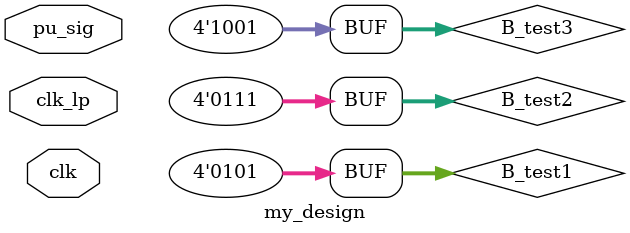
<source format=v>
module my_design(
/*AUTOARG*/
   // Inputs
   pu_sig, clk, clk_lp
   );

input pu_sig;
input clk;
input clk_lp;

/*AUTOWIRE*/
// Beginning of automatic wires (for undeclared instantiated-module outputs)
wire            DA_test1;       // From U_TG of TimingGen.v
wire            DA_test2;       // From U_TG of TimingGen.v
wire            DA_test3;       // From U_TG of TimingGen.v
wire [3:0]      DA_test4;       // From U_TG of TimingGen.v
// End of automatics


wire [3:0]  B_test1 = 4'd5;
wire [3:0]  B_test2 = 4'd7;
wire [3:0]  B_test3 = 4'd9;

CDCSync_Signal_ResetL U_pu_sig_sync(
                  // Outputs
                  .DO           (pu_sig_sync),
                  // Inputs
                  .clk          (clk),
                  .rst_n        (pu_sig),
                  .DI           (1'b1)
);

C_RSTCTL UC_RSTCTL(
                  // Outputs
                  .rstb_out     (C_purstb),
                  // Inputs
                  .clk          (clk),
                  .clk_lp       (clk_lp),
                  .rstb_in      (pu_sig_sync) 
);

TimingGen U_TG(
           // Outputs
           .DA_test1        (DA_test1),
           .DA_test2        (DA_test2),
           .DA_test3        (DA_test3),
           .DA_test4        (DA_test4[3:0]),
           // Inputs
           .clk             (clk),
           .B_test1         (B_test1[3:0]),
           .B_test2         (B_test2[3:0]),
           .B_test3         (B_test3[3:0]),
           .C_purstb        (C_purstb)
);

endmodule

</source>
